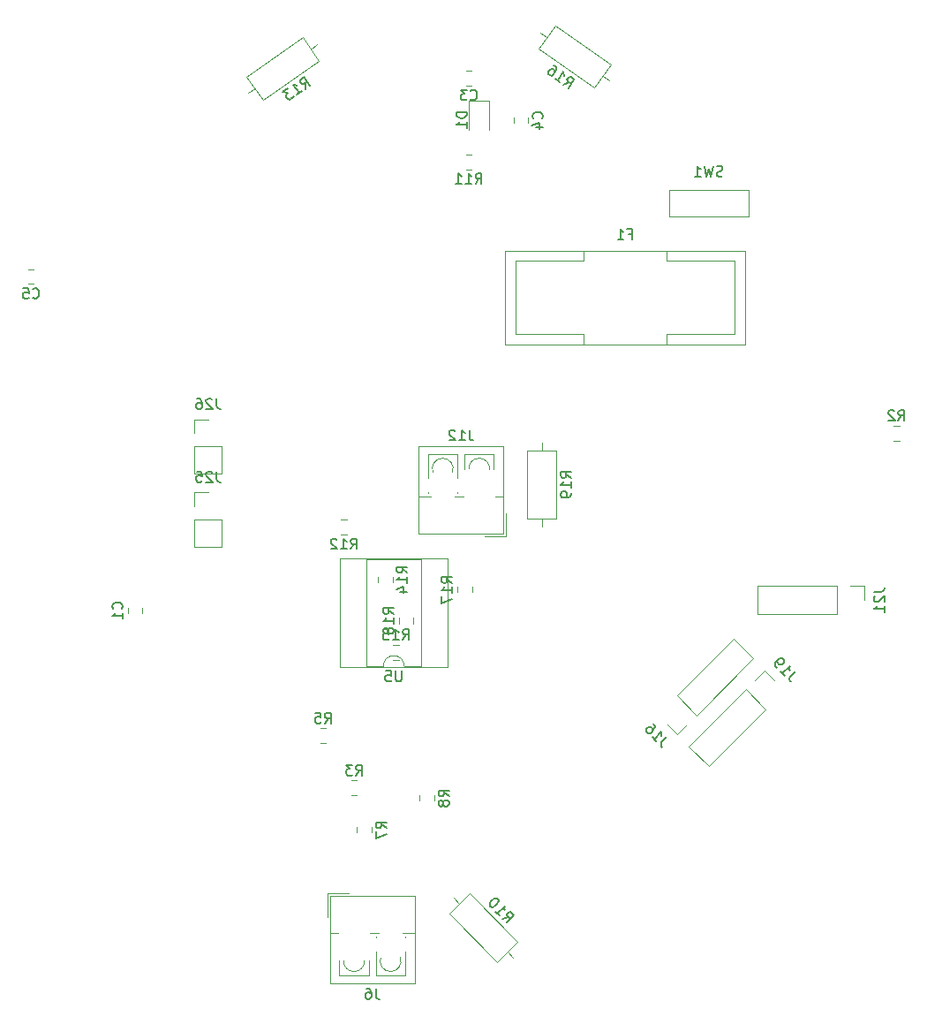
<source format=gbr>
%TF.GenerationSoftware,KiCad,Pcbnew,(5.1.4)-1*%
%TF.CreationDate,2019-08-28T16:24:02+03:00*%
%TF.ProjectId,Timsah_Main_Board,54696d73-6168-45f4-9d61-696e5f426f61,rev?*%
%TF.SameCoordinates,Original*%
%TF.FileFunction,Legend,Bot*%
%TF.FilePolarity,Positive*%
%FSLAX46Y46*%
G04 Gerber Fmt 4.6, Leading zero omitted, Abs format (unit mm)*
G04 Created by KiCad (PCBNEW (5.1.4)-1) date 2019-08-28 16:24:02*
%MOMM*%
%LPD*%
G04 APERTURE LIST*
%ADD10C,0.120000*%
%ADD11C,0.150000*%
G04 APERTURE END LIST*
D10*
X106500000Y-86500000D02*
X129500000Y-86500000D01*
X129500000Y-86500000D02*
X129500000Y-77500000D01*
X129500000Y-77500000D02*
X106500000Y-77500000D01*
X106500000Y-77500000D02*
X106500000Y-86500000D01*
X107500000Y-85500000D02*
X114000000Y-85500000D01*
X114000000Y-85500000D02*
X114000000Y-86500000D01*
X107500000Y-85500000D02*
X107500000Y-78500000D01*
X107500000Y-78500000D02*
X114000000Y-78500000D01*
X114000000Y-78500000D02*
X114000000Y-77500000D01*
X128500000Y-85500000D02*
X122000000Y-85500000D01*
X122000000Y-85500000D02*
X122000000Y-86500000D01*
X128500000Y-85500000D02*
X128500000Y-78500000D01*
X128500000Y-78500000D02*
X122000000Y-78500000D01*
X122000000Y-78500000D02*
X122000000Y-77500000D01*
X89450000Y-139100000D02*
X91450000Y-139100000D01*
X89450000Y-141340000D02*
X89450000Y-139100000D01*
X96900000Y-143311000D02*
X96900000Y-143250000D01*
X96900000Y-147000000D02*
X96900000Y-144689000D01*
X94100000Y-143311000D02*
X94100000Y-143250000D01*
X94100000Y-147000000D02*
X94100000Y-144689000D01*
X96900000Y-143250000D02*
X96900000Y-143250000D01*
X94100000Y-143250000D02*
X94101000Y-143250000D01*
X94100000Y-147000000D02*
X96900000Y-147000000D01*
X93400000Y-147000000D02*
X93400000Y-145540000D01*
X90600000Y-147000000D02*
X90600000Y-145540000D01*
X90600000Y-147000000D02*
X93400000Y-147000000D01*
X97810000Y-147760000D02*
X97810000Y-139340000D01*
X89690000Y-147760000D02*
X89690000Y-139340000D01*
X89690000Y-139340000D02*
X97810000Y-139340000D01*
X89690000Y-147760000D02*
X97810000Y-147760000D01*
X96634000Y-142899000D02*
X97810000Y-142899000D01*
X93540000Y-142899000D02*
X94367000Y-142899000D01*
X89690000Y-142899000D02*
X90460000Y-142899000D01*
X94560085Y-145257767D02*
G75*
G03X96440000Y-145258000I939915J-342233D01*
G01*
X91002110Y-145529434D02*
G75*
G03X92998000Y-145531000I997890J-70566D01*
G01*
X104997890Y-98470566D02*
G75*
G03X103002000Y-98469000I-997890J70566D01*
G01*
X101439915Y-98742233D02*
G75*
G03X99560000Y-98742000I-939915J342233D01*
G01*
X106310000Y-101101000D02*
X105540000Y-101101000D01*
X102460000Y-101101000D02*
X101633000Y-101101000D01*
X99366000Y-101101000D02*
X98190000Y-101101000D01*
X106310000Y-96240000D02*
X98190000Y-96240000D01*
X106310000Y-104660000D02*
X98190000Y-104660000D01*
X106310000Y-96240000D02*
X106310000Y-104660000D01*
X98190000Y-96240000D02*
X98190000Y-104660000D01*
X105400000Y-97000000D02*
X102600000Y-97000000D01*
X105400000Y-97000000D02*
X105400000Y-98460000D01*
X102600000Y-97000000D02*
X102600000Y-98460000D01*
X101900000Y-97000000D02*
X99100000Y-97000000D01*
X101900000Y-100750000D02*
X101899000Y-100750000D01*
X99100000Y-100750000D02*
X99100000Y-100750000D01*
X101900000Y-97000000D02*
X101900000Y-99311000D01*
X101900000Y-100689000D02*
X101900000Y-100750000D01*
X99100000Y-97000000D02*
X99100000Y-99311000D01*
X99100000Y-100689000D02*
X99100000Y-100750000D01*
X106550000Y-102660000D02*
X106550000Y-104900000D01*
X106550000Y-104900000D02*
X104550000Y-104900000D01*
X122957574Y-120161522D02*
X124838478Y-122042426D01*
X122957574Y-120161522D02*
X128388154Y-114730942D01*
X128388154Y-114730942D02*
X130269058Y-116611846D01*
X124838478Y-122042426D02*
X130269058Y-116611846D01*
X123000000Y-123880904D02*
X123940452Y-122940452D01*
X122059548Y-122940452D02*
X123000000Y-123880904D01*
X131430580Y-121450324D02*
X129549676Y-119569420D01*
X131430580Y-121450324D02*
X126000000Y-126880904D01*
X126000000Y-126880904D02*
X124119096Y-125000000D01*
X129549676Y-119569420D02*
X124119096Y-125000000D01*
X131388154Y-117730942D02*
X130447702Y-118671394D01*
X132328606Y-118671394D02*
X131388154Y-117730942D01*
X140950000Y-111000000D02*
X140950000Y-109670000D01*
X140950000Y-109670000D02*
X139620000Y-109670000D01*
X138350000Y-109670000D02*
X130670000Y-109670000D01*
X130670000Y-112330000D02*
X130670000Y-109670000D01*
X138350000Y-112330000D02*
X130670000Y-112330000D01*
X138350000Y-112330000D02*
X138350000Y-109670000D01*
X144286252Y-95710000D02*
X143763748Y-95710000D01*
X144286252Y-94290000D02*
X143763748Y-94290000D01*
X92286252Y-128290000D02*
X91763748Y-128290000D01*
X92286252Y-129710000D02*
X91763748Y-129710000D01*
X89286252Y-124710000D02*
X88763748Y-124710000D01*
X89286252Y-123290000D02*
X88763748Y-123290000D01*
X93710000Y-133286252D02*
X93710000Y-132763748D01*
X92290000Y-133286252D02*
X92290000Y-132763748D01*
X98290000Y-130236252D02*
X98290000Y-129713748D01*
X99710000Y-130236252D02*
X99710000Y-129713748D01*
X101551186Y-139551186D02*
X102095658Y-140095658D01*
X107264609Y-145264609D02*
X106720137Y-144720137D01*
X103064395Y-139126922D02*
X107688873Y-143751400D01*
X101126922Y-141064395D02*
X103064395Y-139126922D01*
X105751400Y-145688873D02*
X101126922Y-141064395D01*
X107688873Y-143751400D02*
X105751400Y-145688873D01*
X102738748Y-68290000D02*
X103261252Y-68290000D01*
X102738748Y-69710000D02*
X103261252Y-69710000D01*
X90763748Y-104710000D02*
X91286252Y-104710000D01*
X90763748Y-103290000D02*
X91286252Y-103290000D01*
X88470667Y-57768983D02*
X87839920Y-58210637D01*
X81851918Y-62403481D02*
X82482665Y-61961827D01*
X88625719Y-59332875D02*
X83268465Y-63084065D01*
X87054120Y-57088398D02*
X88625719Y-59332875D01*
X81696865Y-60839588D02*
X87054120Y-57088398D01*
X83268465Y-63084065D02*
X81696865Y-60839588D01*
X95710000Y-109286252D02*
X95710000Y-108763748D01*
X94290000Y-109286252D02*
X94290000Y-108763748D01*
X96286252Y-116710000D02*
X95763748Y-116710000D01*
X96286252Y-115290000D02*
X95763748Y-115290000D01*
X109696865Y-58160412D02*
X111268465Y-55915935D01*
X111268465Y-55915935D02*
X116625719Y-59667125D01*
X116625719Y-59667125D02*
X115054120Y-61911602D01*
X115054120Y-61911602D02*
X109696865Y-58160412D01*
X109851918Y-56596519D02*
X110482665Y-57038173D01*
X116470667Y-61231017D02*
X115839920Y-60789363D01*
X103310000Y-109738748D02*
X103310000Y-110261252D01*
X101890000Y-109738748D02*
X101890000Y-110261252D01*
X96290000Y-112713748D02*
X96290000Y-113236252D01*
X97710000Y-112713748D02*
X97710000Y-113236252D01*
X111370000Y-103190000D02*
X108630000Y-103190000D01*
X108630000Y-103190000D02*
X108630000Y-96650000D01*
X108630000Y-96650000D02*
X111370000Y-96650000D01*
X111370000Y-96650000D02*
X111370000Y-103190000D01*
X110000000Y-103960000D02*
X110000000Y-103190000D01*
X110000000Y-95880000D02*
X110000000Y-96650000D01*
X122190000Y-74270000D02*
X122190000Y-71730000D01*
X122190000Y-71730000D02*
X129810000Y-71730000D01*
X129810000Y-71730000D02*
X129810000Y-74270000D01*
X129810000Y-74270000D02*
X122190000Y-74270000D01*
X96810000Y-117330000D02*
G75*
G03X94810000Y-117330000I-1000000J0D01*
G01*
X94810000Y-117330000D02*
X93160000Y-117330000D01*
X93160000Y-117330000D02*
X93160000Y-107050000D01*
X93160000Y-107050000D02*
X98460000Y-107050000D01*
X98460000Y-107050000D02*
X98460000Y-117330000D01*
X98460000Y-117330000D02*
X96810000Y-117330000D01*
X90670000Y-117390000D02*
X90670000Y-106990000D01*
X90670000Y-106990000D02*
X100950000Y-106990000D01*
X100950000Y-106990000D02*
X100950000Y-117390000D01*
X100950000Y-117390000D02*
X90670000Y-117390000D01*
X70290000Y-111738748D02*
X70290000Y-112261252D01*
X71710000Y-111738748D02*
X71710000Y-112261252D01*
X102738748Y-60290000D02*
X103261252Y-60290000D01*
X102738748Y-61710000D02*
X103261252Y-61710000D01*
X108710000Y-65286252D02*
X108710000Y-64763748D01*
X107290000Y-65286252D02*
X107290000Y-64763748D01*
X60763748Y-79290000D02*
X61286252Y-79290000D01*
X60763748Y-80710000D02*
X61286252Y-80710000D01*
X103040000Y-65975000D02*
X103040000Y-63115000D01*
X103040000Y-63115000D02*
X104960000Y-63115000D01*
X104960000Y-63115000D02*
X104960000Y-65975000D01*
X78000000Y-100670000D02*
X76670000Y-100670000D01*
X76670000Y-100670000D02*
X76670000Y-102000000D01*
X76670000Y-103270000D02*
X76670000Y-105870000D01*
X79330000Y-105870000D02*
X76670000Y-105870000D01*
X79330000Y-103270000D02*
X79330000Y-105870000D01*
X79330000Y-103270000D02*
X76670000Y-103270000D01*
X79330000Y-96270000D02*
X76670000Y-96270000D01*
X79330000Y-96270000D02*
X79330000Y-98870000D01*
X79330000Y-98870000D02*
X76670000Y-98870000D01*
X76670000Y-96270000D02*
X76670000Y-98870000D01*
X76670000Y-93670000D02*
X76670000Y-95000000D01*
X78000000Y-93670000D02*
X76670000Y-93670000D01*
D11*
X118333333Y-75928571D02*
X118666666Y-75928571D01*
X118666666Y-76452380D02*
X118666666Y-75452380D01*
X118190476Y-75452380D01*
X117285714Y-76452380D02*
X117857142Y-76452380D01*
X117571428Y-76452380D02*
X117571428Y-75452380D01*
X117666666Y-75595238D01*
X117761904Y-75690476D01*
X117857142Y-75738095D01*
X94083333Y-148212380D02*
X94083333Y-148926666D01*
X94130952Y-149069523D01*
X94226190Y-149164761D01*
X94369047Y-149212380D01*
X94464285Y-149212380D01*
X93178571Y-148212380D02*
X93369047Y-148212380D01*
X93464285Y-148260000D01*
X93511904Y-148307619D01*
X93607142Y-148450476D01*
X93654761Y-148640952D01*
X93654761Y-149021904D01*
X93607142Y-149117142D01*
X93559523Y-149164761D01*
X93464285Y-149212380D01*
X93273809Y-149212380D01*
X93178571Y-149164761D01*
X93130952Y-149117142D01*
X93083333Y-149021904D01*
X93083333Y-148783809D01*
X93130952Y-148688571D01*
X93178571Y-148640952D01*
X93273809Y-148593333D01*
X93464285Y-148593333D01*
X93559523Y-148640952D01*
X93607142Y-148688571D01*
X93654761Y-148783809D01*
X103059523Y-94692380D02*
X103059523Y-95406666D01*
X103107142Y-95549523D01*
X103202380Y-95644761D01*
X103345238Y-95692380D01*
X103440476Y-95692380D01*
X102059523Y-95692380D02*
X102630952Y-95692380D01*
X102345238Y-95692380D02*
X102345238Y-94692380D01*
X102440476Y-94835238D01*
X102535714Y-94930476D01*
X102630952Y-94978095D01*
X101678571Y-94787619D02*
X101630952Y-94740000D01*
X101535714Y-94692380D01*
X101297619Y-94692380D01*
X101202380Y-94740000D01*
X101154761Y-94787619D01*
X101107142Y-94882857D01*
X101107142Y-94978095D01*
X101154761Y-95120952D01*
X101726190Y-95692380D01*
X101107142Y-95692380D01*
X122000958Y-124143880D02*
X121495882Y-124648956D01*
X121428539Y-124783643D01*
X121428539Y-124918330D01*
X121495882Y-125053017D01*
X121563226Y-125120361D01*
X120586745Y-124143880D02*
X120990806Y-124547941D01*
X120788775Y-124345911D02*
X121495882Y-123638804D01*
X121462210Y-123807163D01*
X121462210Y-123941850D01*
X121495882Y-124042865D01*
X120687760Y-122830682D02*
X120822447Y-122965369D01*
X120856119Y-123066384D01*
X120856119Y-123133728D01*
X120822447Y-123302086D01*
X120721432Y-123470445D01*
X120452058Y-123739819D01*
X120351043Y-123773491D01*
X120283699Y-123773491D01*
X120182684Y-123739819D01*
X120047997Y-123605132D01*
X120014325Y-123504117D01*
X120014325Y-123436773D01*
X120047997Y-123335758D01*
X120216356Y-123167399D01*
X120317371Y-123133728D01*
X120384714Y-123133728D01*
X120485730Y-123167399D01*
X120620417Y-123302086D01*
X120654088Y-123403102D01*
X120654088Y-123470445D01*
X120620417Y-123571460D01*
X134306484Y-117838354D02*
X133801408Y-118343430D01*
X133734065Y-118478117D01*
X133734065Y-118612804D01*
X133801408Y-118747491D01*
X133868752Y-118814835D01*
X132892271Y-117838354D02*
X133296332Y-118242415D01*
X133094301Y-118040385D02*
X133801408Y-117333278D01*
X133767736Y-117501637D01*
X133767736Y-117636324D01*
X133801408Y-117737339D01*
X132555553Y-117501637D02*
X132420866Y-117366950D01*
X132387195Y-117265934D01*
X132387195Y-117198591D01*
X132420866Y-117030232D01*
X132521882Y-116861873D01*
X132791256Y-116592499D01*
X132892271Y-116558828D01*
X132959614Y-116558828D01*
X133060630Y-116592499D01*
X133195317Y-116727186D01*
X133228988Y-116828202D01*
X133228988Y-116895545D01*
X133195317Y-116996560D01*
X133026958Y-117164919D01*
X132925943Y-117198591D01*
X132858599Y-117198591D01*
X132757584Y-117164919D01*
X132622897Y-117030232D01*
X132589225Y-116929217D01*
X132589225Y-116861873D01*
X132622897Y-116760858D01*
X141842380Y-110190476D02*
X142556666Y-110190476D01*
X142699523Y-110142857D01*
X142794761Y-110047619D01*
X142842380Y-109904761D01*
X142842380Y-109809523D01*
X141937619Y-110619047D02*
X141890000Y-110666666D01*
X141842380Y-110761904D01*
X141842380Y-111000000D01*
X141890000Y-111095238D01*
X141937619Y-111142857D01*
X142032857Y-111190476D01*
X142128095Y-111190476D01*
X142270952Y-111142857D01*
X142842380Y-110571428D01*
X142842380Y-111190476D01*
X142842380Y-112142857D02*
X142842380Y-111571428D01*
X142842380Y-111857142D02*
X141842380Y-111857142D01*
X141985238Y-111761904D01*
X142080476Y-111666666D01*
X142128095Y-111571428D01*
X144191666Y-93802380D02*
X144525000Y-93326190D01*
X144763095Y-93802380D02*
X144763095Y-92802380D01*
X144382142Y-92802380D01*
X144286904Y-92850000D01*
X144239285Y-92897619D01*
X144191666Y-92992857D01*
X144191666Y-93135714D01*
X144239285Y-93230952D01*
X144286904Y-93278571D01*
X144382142Y-93326190D01*
X144763095Y-93326190D01*
X143810714Y-92897619D02*
X143763095Y-92850000D01*
X143667857Y-92802380D01*
X143429761Y-92802380D01*
X143334523Y-92850000D01*
X143286904Y-92897619D01*
X143239285Y-92992857D01*
X143239285Y-93088095D01*
X143286904Y-93230952D01*
X143858333Y-93802380D01*
X143239285Y-93802380D01*
X92191666Y-127802380D02*
X92525000Y-127326190D01*
X92763095Y-127802380D02*
X92763095Y-126802380D01*
X92382142Y-126802380D01*
X92286904Y-126850000D01*
X92239285Y-126897619D01*
X92191666Y-126992857D01*
X92191666Y-127135714D01*
X92239285Y-127230952D01*
X92286904Y-127278571D01*
X92382142Y-127326190D01*
X92763095Y-127326190D01*
X91858333Y-126802380D02*
X91239285Y-126802380D01*
X91572619Y-127183333D01*
X91429761Y-127183333D01*
X91334523Y-127230952D01*
X91286904Y-127278571D01*
X91239285Y-127373809D01*
X91239285Y-127611904D01*
X91286904Y-127707142D01*
X91334523Y-127754761D01*
X91429761Y-127802380D01*
X91715476Y-127802380D01*
X91810714Y-127754761D01*
X91858333Y-127707142D01*
X89191666Y-122802380D02*
X89525000Y-122326190D01*
X89763095Y-122802380D02*
X89763095Y-121802380D01*
X89382142Y-121802380D01*
X89286904Y-121850000D01*
X89239285Y-121897619D01*
X89191666Y-121992857D01*
X89191666Y-122135714D01*
X89239285Y-122230952D01*
X89286904Y-122278571D01*
X89382142Y-122326190D01*
X89763095Y-122326190D01*
X88286904Y-121802380D02*
X88763095Y-121802380D01*
X88810714Y-122278571D01*
X88763095Y-122230952D01*
X88667857Y-122183333D01*
X88429761Y-122183333D01*
X88334523Y-122230952D01*
X88286904Y-122278571D01*
X88239285Y-122373809D01*
X88239285Y-122611904D01*
X88286904Y-122707142D01*
X88334523Y-122754761D01*
X88429761Y-122802380D01*
X88667857Y-122802380D01*
X88763095Y-122754761D01*
X88810714Y-122707142D01*
X95102380Y-132858333D02*
X94626190Y-132525000D01*
X95102380Y-132286904D02*
X94102380Y-132286904D01*
X94102380Y-132667857D01*
X94150000Y-132763095D01*
X94197619Y-132810714D01*
X94292857Y-132858333D01*
X94435714Y-132858333D01*
X94530952Y-132810714D01*
X94578571Y-132763095D01*
X94626190Y-132667857D01*
X94626190Y-132286904D01*
X94102380Y-133191666D02*
X94102380Y-133858333D01*
X95102380Y-133429761D01*
X101102380Y-129808333D02*
X100626190Y-129475000D01*
X101102380Y-129236904D02*
X100102380Y-129236904D01*
X100102380Y-129617857D01*
X100150000Y-129713095D01*
X100197619Y-129760714D01*
X100292857Y-129808333D01*
X100435714Y-129808333D01*
X100530952Y-129760714D01*
X100578571Y-129713095D01*
X100626190Y-129617857D01*
X100626190Y-129236904D01*
X100530952Y-130379761D02*
X100483333Y-130284523D01*
X100435714Y-130236904D01*
X100340476Y-130189285D01*
X100292857Y-130189285D01*
X100197619Y-130236904D01*
X100150000Y-130284523D01*
X100102380Y-130379761D01*
X100102380Y-130570238D01*
X100150000Y-130665476D01*
X100197619Y-130713095D01*
X100292857Y-130760714D01*
X100340476Y-130760714D01*
X100435714Y-130713095D01*
X100483333Y-130665476D01*
X100530952Y-130570238D01*
X100530952Y-130379761D01*
X100578571Y-130284523D01*
X100626190Y-130236904D01*
X100721428Y-130189285D01*
X100911904Y-130189285D01*
X101007142Y-130236904D01*
X101054761Y-130284523D01*
X101102380Y-130379761D01*
X101102380Y-130570238D01*
X101054761Y-130665476D01*
X101007142Y-130713095D01*
X100911904Y-130760714D01*
X100721428Y-130760714D01*
X100626190Y-130713095D01*
X100578571Y-130665476D01*
X100530952Y-130570238D01*
X106218428Y-141506504D02*
X106790847Y-141405489D01*
X106622489Y-141910565D02*
X107329595Y-141203458D01*
X107060221Y-140934084D01*
X106959206Y-140900412D01*
X106891863Y-140900412D01*
X106790847Y-140934084D01*
X106689832Y-141035099D01*
X106656160Y-141136115D01*
X106656160Y-141203458D01*
X106689832Y-141304473D01*
X106959206Y-141573847D01*
X105544992Y-140833069D02*
X105949053Y-141237130D01*
X105747023Y-141035099D02*
X106454130Y-140327992D01*
X106420458Y-140496351D01*
X106420458Y-140631038D01*
X106454130Y-140732054D01*
X105814366Y-139688229D02*
X105747023Y-139620886D01*
X105646008Y-139587214D01*
X105578664Y-139587214D01*
X105477649Y-139620886D01*
X105309290Y-139721901D01*
X105140931Y-139890260D01*
X105039916Y-140058618D01*
X105006244Y-140159634D01*
X105006244Y-140226977D01*
X105039916Y-140327992D01*
X105107260Y-140395336D01*
X105208275Y-140429008D01*
X105275618Y-140429008D01*
X105376634Y-140395336D01*
X105544992Y-140294321D01*
X105713351Y-140125962D01*
X105814366Y-139957603D01*
X105848038Y-139856588D01*
X105848038Y-139789244D01*
X105814366Y-139688229D01*
X103642857Y-71102380D02*
X103976190Y-70626190D01*
X104214285Y-71102380D02*
X104214285Y-70102380D01*
X103833333Y-70102380D01*
X103738095Y-70150000D01*
X103690476Y-70197619D01*
X103642857Y-70292857D01*
X103642857Y-70435714D01*
X103690476Y-70530952D01*
X103738095Y-70578571D01*
X103833333Y-70626190D01*
X104214285Y-70626190D01*
X102690476Y-71102380D02*
X103261904Y-71102380D01*
X102976190Y-71102380D02*
X102976190Y-70102380D01*
X103071428Y-70245238D01*
X103166666Y-70340476D01*
X103261904Y-70388095D01*
X101738095Y-71102380D02*
X102309523Y-71102380D01*
X102023809Y-71102380D02*
X102023809Y-70102380D01*
X102119047Y-70245238D01*
X102214285Y-70340476D01*
X102309523Y-70388095D01*
X91667857Y-106102380D02*
X92001190Y-105626190D01*
X92239285Y-106102380D02*
X92239285Y-105102380D01*
X91858333Y-105102380D01*
X91763095Y-105150000D01*
X91715476Y-105197619D01*
X91667857Y-105292857D01*
X91667857Y-105435714D01*
X91715476Y-105530952D01*
X91763095Y-105578571D01*
X91858333Y-105626190D01*
X92239285Y-105626190D01*
X90715476Y-106102380D02*
X91286904Y-106102380D01*
X91001190Y-106102380D02*
X91001190Y-105102380D01*
X91096428Y-105245238D01*
X91191666Y-105340476D01*
X91286904Y-105388095D01*
X90334523Y-105197619D02*
X90286904Y-105150000D01*
X90191666Y-105102380D01*
X89953571Y-105102380D01*
X89858333Y-105150000D01*
X89810714Y-105197619D01*
X89763095Y-105292857D01*
X89763095Y-105388095D01*
X89810714Y-105530952D01*
X90382142Y-106102380D01*
X89763095Y-106102380D01*
X87306741Y-62029463D02*
X87306660Y-61448198D01*
X87774828Y-61701705D02*
X87201252Y-60882553D01*
X86889194Y-61101058D01*
X86838493Y-61194691D01*
X86826798Y-61261012D01*
X86842418Y-61366339D01*
X86924357Y-61483361D01*
X87017991Y-61534063D01*
X87084311Y-61545757D01*
X87189639Y-61530138D01*
X87501697Y-61311632D01*
X86526596Y-62575726D02*
X86994683Y-62247968D01*
X86760640Y-62411847D02*
X86187063Y-61592695D01*
X86347017Y-61655090D01*
X86479658Y-61678478D01*
X86584986Y-61662859D01*
X85679969Y-61947766D02*
X85172875Y-62302837D01*
X85664431Y-62423703D01*
X85547410Y-62505642D01*
X85496708Y-62599276D01*
X85485014Y-62665596D01*
X85500633Y-62770924D01*
X85637199Y-62965960D01*
X85730833Y-63016661D01*
X85797153Y-63028356D01*
X85902481Y-63012736D01*
X86136524Y-62848857D01*
X86187225Y-62755224D01*
X86198919Y-62688904D01*
X97102380Y-108382142D02*
X96626190Y-108048809D01*
X97102380Y-107810714D02*
X96102380Y-107810714D01*
X96102380Y-108191666D01*
X96150000Y-108286904D01*
X96197619Y-108334523D01*
X96292857Y-108382142D01*
X96435714Y-108382142D01*
X96530952Y-108334523D01*
X96578571Y-108286904D01*
X96626190Y-108191666D01*
X96626190Y-107810714D01*
X97102380Y-109334523D02*
X97102380Y-108763095D01*
X97102380Y-109048809D02*
X96102380Y-109048809D01*
X96245238Y-108953571D01*
X96340476Y-108858333D01*
X96388095Y-108763095D01*
X96435714Y-110191666D02*
X97102380Y-110191666D01*
X96054761Y-109953571D02*
X96769047Y-109715476D01*
X96769047Y-110334523D01*
X96667857Y-114802380D02*
X97001190Y-114326190D01*
X97239285Y-114802380D02*
X97239285Y-113802380D01*
X96858333Y-113802380D01*
X96763095Y-113850000D01*
X96715476Y-113897619D01*
X96667857Y-113992857D01*
X96667857Y-114135714D01*
X96715476Y-114230952D01*
X96763095Y-114278571D01*
X96858333Y-114326190D01*
X97239285Y-114326190D01*
X95715476Y-114802380D02*
X96286904Y-114802380D01*
X96001190Y-114802380D02*
X96001190Y-113802380D01*
X96096428Y-113945238D01*
X96191666Y-114040476D01*
X96286904Y-114088095D01*
X94810714Y-113802380D02*
X95286904Y-113802380D01*
X95334523Y-114278571D01*
X95286904Y-114230952D01*
X95191666Y-114183333D01*
X94953571Y-114183333D01*
X94858333Y-114230952D01*
X94810714Y-114278571D01*
X94763095Y-114373809D01*
X94763095Y-114611904D01*
X94810714Y-114707142D01*
X94858333Y-114754761D01*
X94953571Y-114802380D01*
X95191666Y-114802380D01*
X95286904Y-114754761D01*
X95334523Y-114707142D01*
X112069038Y-61594455D02*
X112615221Y-61395575D01*
X112537125Y-61922213D02*
X113110702Y-61103061D01*
X112798644Y-60884556D01*
X112693316Y-60868937D01*
X112626996Y-60880631D01*
X112533362Y-60931332D01*
X112451422Y-61048354D01*
X112435803Y-61153681D01*
X112447497Y-61220002D01*
X112498199Y-61313635D01*
X112810257Y-61532141D01*
X111288893Y-61048192D02*
X111756980Y-61375950D01*
X111522937Y-61212071D02*
X112096513Y-60392919D01*
X112092588Y-60564567D01*
X112115976Y-60697208D01*
X112166678Y-60790841D01*
X111160339Y-59737403D02*
X111316368Y-59846655D01*
X111367070Y-59940289D01*
X111378764Y-60006609D01*
X111374839Y-60178257D01*
X111304593Y-60361600D01*
X111086088Y-60673657D01*
X110992455Y-60724359D01*
X110926134Y-60736053D01*
X110820807Y-60720434D01*
X110664778Y-60611181D01*
X110614076Y-60517548D01*
X110602382Y-60451227D01*
X110618001Y-60345899D01*
X110754567Y-60150863D01*
X110848201Y-60100162D01*
X110914521Y-60088468D01*
X111019849Y-60104087D01*
X111175878Y-60213340D01*
X111226579Y-60306973D01*
X111238273Y-60373294D01*
X111222654Y-60478621D01*
X101402380Y-109357142D02*
X100926190Y-109023809D01*
X101402380Y-108785714D02*
X100402380Y-108785714D01*
X100402380Y-109166666D01*
X100450000Y-109261904D01*
X100497619Y-109309523D01*
X100592857Y-109357142D01*
X100735714Y-109357142D01*
X100830952Y-109309523D01*
X100878571Y-109261904D01*
X100926190Y-109166666D01*
X100926190Y-108785714D01*
X101402380Y-110309523D02*
X101402380Y-109738095D01*
X101402380Y-110023809D02*
X100402380Y-110023809D01*
X100545238Y-109928571D01*
X100640476Y-109833333D01*
X100688095Y-109738095D01*
X100402380Y-110642857D02*
X100402380Y-111309523D01*
X101402380Y-110880952D01*
X95802380Y-112332142D02*
X95326190Y-111998809D01*
X95802380Y-111760714D02*
X94802380Y-111760714D01*
X94802380Y-112141666D01*
X94850000Y-112236904D01*
X94897619Y-112284523D01*
X94992857Y-112332142D01*
X95135714Y-112332142D01*
X95230952Y-112284523D01*
X95278571Y-112236904D01*
X95326190Y-112141666D01*
X95326190Y-111760714D01*
X95802380Y-113284523D02*
X95802380Y-112713095D01*
X95802380Y-112998809D02*
X94802380Y-112998809D01*
X94945238Y-112903571D01*
X95040476Y-112808333D01*
X95088095Y-112713095D01*
X95230952Y-113855952D02*
X95183333Y-113760714D01*
X95135714Y-113713095D01*
X95040476Y-113665476D01*
X94992857Y-113665476D01*
X94897619Y-113713095D01*
X94850000Y-113760714D01*
X94802380Y-113855952D01*
X94802380Y-114046428D01*
X94850000Y-114141666D01*
X94897619Y-114189285D01*
X94992857Y-114236904D01*
X95040476Y-114236904D01*
X95135714Y-114189285D01*
X95183333Y-114141666D01*
X95230952Y-114046428D01*
X95230952Y-113855952D01*
X95278571Y-113760714D01*
X95326190Y-113713095D01*
X95421428Y-113665476D01*
X95611904Y-113665476D01*
X95707142Y-113713095D01*
X95754761Y-113760714D01*
X95802380Y-113855952D01*
X95802380Y-114046428D01*
X95754761Y-114141666D01*
X95707142Y-114189285D01*
X95611904Y-114236904D01*
X95421428Y-114236904D01*
X95326190Y-114189285D01*
X95278571Y-114141666D01*
X95230952Y-114046428D01*
X112822380Y-99277142D02*
X112346190Y-98943809D01*
X112822380Y-98705714D02*
X111822380Y-98705714D01*
X111822380Y-99086666D01*
X111870000Y-99181904D01*
X111917619Y-99229523D01*
X112012857Y-99277142D01*
X112155714Y-99277142D01*
X112250952Y-99229523D01*
X112298571Y-99181904D01*
X112346190Y-99086666D01*
X112346190Y-98705714D01*
X112822380Y-100229523D02*
X112822380Y-99658095D01*
X112822380Y-99943809D02*
X111822380Y-99943809D01*
X111965238Y-99848571D01*
X112060476Y-99753333D01*
X112108095Y-99658095D01*
X112822380Y-100705714D02*
X112822380Y-100896190D01*
X112774761Y-100991428D01*
X112727142Y-101039047D01*
X112584285Y-101134285D01*
X112393809Y-101181904D01*
X112012857Y-101181904D01*
X111917619Y-101134285D01*
X111870000Y-101086666D01*
X111822380Y-100991428D01*
X111822380Y-100800952D01*
X111870000Y-100705714D01*
X111917619Y-100658095D01*
X112012857Y-100610476D01*
X112250952Y-100610476D01*
X112346190Y-100658095D01*
X112393809Y-100705714D01*
X112441428Y-100800952D01*
X112441428Y-100991428D01*
X112393809Y-101086666D01*
X112346190Y-101134285D01*
X112250952Y-101181904D01*
X127333333Y-70356761D02*
X127190476Y-70404380D01*
X126952380Y-70404380D01*
X126857142Y-70356761D01*
X126809523Y-70309142D01*
X126761904Y-70213904D01*
X126761904Y-70118666D01*
X126809523Y-70023428D01*
X126857142Y-69975809D01*
X126952380Y-69928190D01*
X127142857Y-69880571D01*
X127238095Y-69832952D01*
X127285714Y-69785333D01*
X127333333Y-69690095D01*
X127333333Y-69594857D01*
X127285714Y-69499619D01*
X127238095Y-69452000D01*
X127142857Y-69404380D01*
X126904761Y-69404380D01*
X126761904Y-69452000D01*
X126428571Y-69404380D02*
X126190476Y-70404380D01*
X126000000Y-69690095D01*
X125809523Y-70404380D01*
X125571428Y-69404380D01*
X124666666Y-70404380D02*
X125238095Y-70404380D01*
X124952380Y-70404380D02*
X124952380Y-69404380D01*
X125047619Y-69547238D01*
X125142857Y-69642476D01*
X125238095Y-69690095D01*
X96571904Y-117782380D02*
X96571904Y-118591904D01*
X96524285Y-118687142D01*
X96476666Y-118734761D01*
X96381428Y-118782380D01*
X96190952Y-118782380D01*
X96095714Y-118734761D01*
X96048095Y-118687142D01*
X96000476Y-118591904D01*
X96000476Y-117782380D01*
X95048095Y-117782380D02*
X95524285Y-117782380D01*
X95571904Y-118258571D01*
X95524285Y-118210952D01*
X95429047Y-118163333D01*
X95190952Y-118163333D01*
X95095714Y-118210952D01*
X95048095Y-118258571D01*
X95000476Y-118353809D01*
X95000476Y-118591904D01*
X95048095Y-118687142D01*
X95095714Y-118734761D01*
X95190952Y-118782380D01*
X95429047Y-118782380D01*
X95524285Y-118734761D01*
X95571904Y-118687142D01*
X69707142Y-111833333D02*
X69754761Y-111785714D01*
X69802380Y-111642857D01*
X69802380Y-111547619D01*
X69754761Y-111404761D01*
X69659523Y-111309523D01*
X69564285Y-111261904D01*
X69373809Y-111214285D01*
X69230952Y-111214285D01*
X69040476Y-111261904D01*
X68945238Y-111309523D01*
X68850000Y-111404761D01*
X68802380Y-111547619D01*
X68802380Y-111642857D01*
X68850000Y-111785714D01*
X68897619Y-111833333D01*
X69802380Y-112785714D02*
X69802380Y-112214285D01*
X69802380Y-112500000D02*
X68802380Y-112500000D01*
X68945238Y-112404761D01*
X69040476Y-112309523D01*
X69088095Y-112214285D01*
X103166666Y-63007142D02*
X103214285Y-63054761D01*
X103357142Y-63102380D01*
X103452380Y-63102380D01*
X103595238Y-63054761D01*
X103690476Y-62959523D01*
X103738095Y-62864285D01*
X103785714Y-62673809D01*
X103785714Y-62530952D01*
X103738095Y-62340476D01*
X103690476Y-62245238D01*
X103595238Y-62150000D01*
X103452380Y-62102380D01*
X103357142Y-62102380D01*
X103214285Y-62150000D01*
X103166666Y-62197619D01*
X102833333Y-62102380D02*
X102214285Y-62102380D01*
X102547619Y-62483333D01*
X102404761Y-62483333D01*
X102309523Y-62530952D01*
X102261904Y-62578571D01*
X102214285Y-62673809D01*
X102214285Y-62911904D01*
X102261904Y-63007142D01*
X102309523Y-63054761D01*
X102404761Y-63102380D01*
X102690476Y-63102380D01*
X102785714Y-63054761D01*
X102833333Y-63007142D01*
X110007142Y-64858333D02*
X110054761Y-64810714D01*
X110102380Y-64667857D01*
X110102380Y-64572619D01*
X110054761Y-64429761D01*
X109959523Y-64334523D01*
X109864285Y-64286904D01*
X109673809Y-64239285D01*
X109530952Y-64239285D01*
X109340476Y-64286904D01*
X109245238Y-64334523D01*
X109150000Y-64429761D01*
X109102380Y-64572619D01*
X109102380Y-64667857D01*
X109150000Y-64810714D01*
X109197619Y-64858333D01*
X109435714Y-65715476D02*
X110102380Y-65715476D01*
X109054761Y-65477380D02*
X109769047Y-65239285D01*
X109769047Y-65858333D01*
X61191666Y-82007142D02*
X61239285Y-82054761D01*
X61382142Y-82102380D01*
X61477380Y-82102380D01*
X61620238Y-82054761D01*
X61715476Y-81959523D01*
X61763095Y-81864285D01*
X61810714Y-81673809D01*
X61810714Y-81530952D01*
X61763095Y-81340476D01*
X61715476Y-81245238D01*
X61620238Y-81150000D01*
X61477380Y-81102380D01*
X61382142Y-81102380D01*
X61239285Y-81150000D01*
X61191666Y-81197619D01*
X60286904Y-81102380D02*
X60763095Y-81102380D01*
X60810714Y-81578571D01*
X60763095Y-81530952D01*
X60667857Y-81483333D01*
X60429761Y-81483333D01*
X60334523Y-81530952D01*
X60286904Y-81578571D01*
X60239285Y-81673809D01*
X60239285Y-81911904D01*
X60286904Y-82007142D01*
X60334523Y-82054761D01*
X60429761Y-82102380D01*
X60667857Y-82102380D01*
X60763095Y-82054761D01*
X60810714Y-82007142D01*
X102802380Y-64236904D02*
X101802380Y-64236904D01*
X101802380Y-64475000D01*
X101850000Y-64617857D01*
X101945238Y-64713095D01*
X102040476Y-64760714D01*
X102230952Y-64808333D01*
X102373809Y-64808333D01*
X102564285Y-64760714D01*
X102659523Y-64713095D01*
X102754761Y-64617857D01*
X102802380Y-64475000D01*
X102802380Y-64236904D01*
X102802380Y-65760714D02*
X102802380Y-65189285D01*
X102802380Y-65475000D02*
X101802380Y-65475000D01*
X101945238Y-65379761D01*
X102040476Y-65284523D01*
X102088095Y-65189285D01*
X78809523Y-98682380D02*
X78809523Y-99396666D01*
X78857142Y-99539523D01*
X78952380Y-99634761D01*
X79095238Y-99682380D01*
X79190476Y-99682380D01*
X78380952Y-98777619D02*
X78333333Y-98730000D01*
X78238095Y-98682380D01*
X78000000Y-98682380D01*
X77904761Y-98730000D01*
X77857142Y-98777619D01*
X77809523Y-98872857D01*
X77809523Y-98968095D01*
X77857142Y-99110952D01*
X78428571Y-99682380D01*
X77809523Y-99682380D01*
X76904761Y-98682380D02*
X77380952Y-98682380D01*
X77428571Y-99158571D01*
X77380952Y-99110952D01*
X77285714Y-99063333D01*
X77047619Y-99063333D01*
X76952380Y-99110952D01*
X76904761Y-99158571D01*
X76857142Y-99253809D01*
X76857142Y-99491904D01*
X76904761Y-99587142D01*
X76952380Y-99634761D01*
X77047619Y-99682380D01*
X77285714Y-99682380D01*
X77380952Y-99634761D01*
X77428571Y-99587142D01*
X78809523Y-91682380D02*
X78809523Y-92396666D01*
X78857142Y-92539523D01*
X78952380Y-92634761D01*
X79095238Y-92682380D01*
X79190476Y-92682380D01*
X78380952Y-91777619D02*
X78333333Y-91730000D01*
X78238095Y-91682380D01*
X78000000Y-91682380D01*
X77904761Y-91730000D01*
X77857142Y-91777619D01*
X77809523Y-91872857D01*
X77809523Y-91968095D01*
X77857142Y-92110952D01*
X78428571Y-92682380D01*
X77809523Y-92682380D01*
X76952380Y-91682380D02*
X77142857Y-91682380D01*
X77238095Y-91730000D01*
X77285714Y-91777619D01*
X77380952Y-91920476D01*
X77428571Y-92110952D01*
X77428571Y-92491904D01*
X77380952Y-92587142D01*
X77333333Y-92634761D01*
X77238095Y-92682380D01*
X77047619Y-92682380D01*
X76952380Y-92634761D01*
X76904761Y-92587142D01*
X76857142Y-92491904D01*
X76857142Y-92253809D01*
X76904761Y-92158571D01*
X76952380Y-92110952D01*
X77047619Y-92063333D01*
X77238095Y-92063333D01*
X77333333Y-92110952D01*
X77380952Y-92158571D01*
X77428571Y-92253809D01*
M02*

</source>
